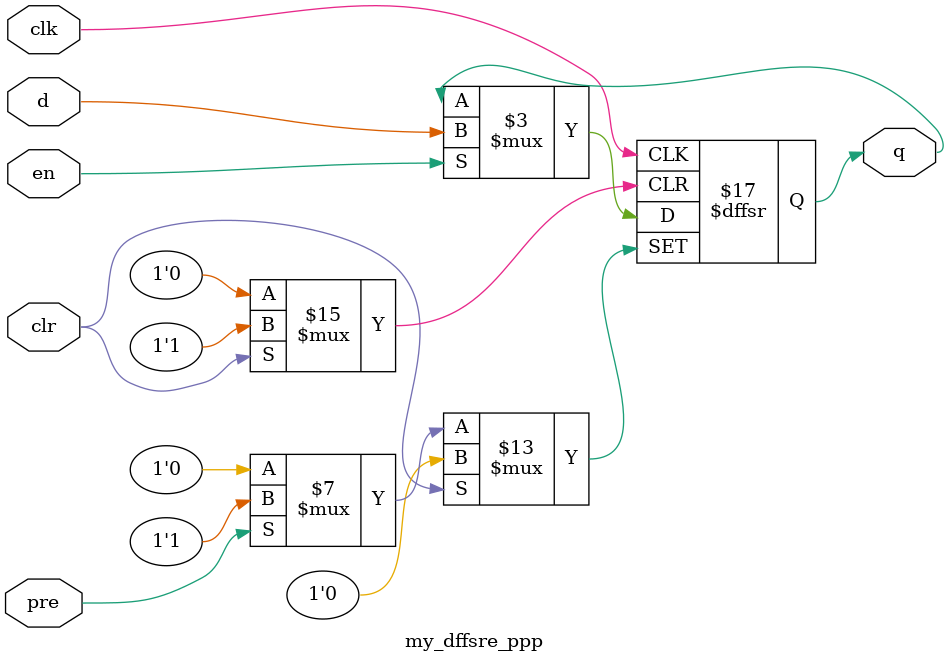
<source format=v>
module my_dffsre_ppp (
    input d,
    clk,
    pre,
    clr,
    en,
    output reg q
);
  initial q <= 1'b0;
  always @(posedge clk or posedge pre or posedge clr)
    if (pre) q <= 1'b1;
    else if (clr) q <= 1'b0;
    else if (en) q <= d;
endmodule
</source>
